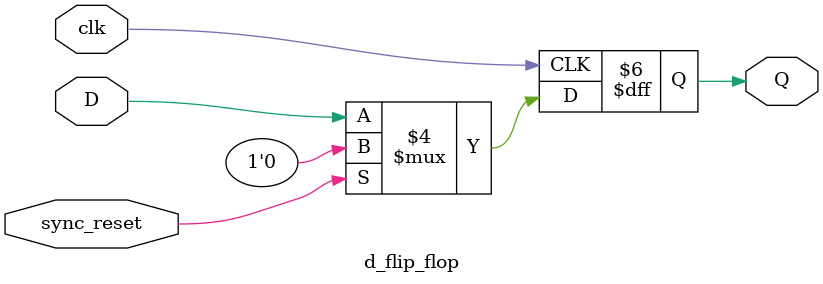
<source format=v>

`timescale 1ns/100ps

module d_flip_flop (
input clk, // clock input 
input D, // Data input 
input sync_reset, // asynchronous reset high level
output reg Q // output Q 
);

always @(posedge clk) 
begin
 if(sync_reset==1'b1)
  Q <= 1'b0; 
 else 
  Q <= D; 
end 
endmodule 


</source>
